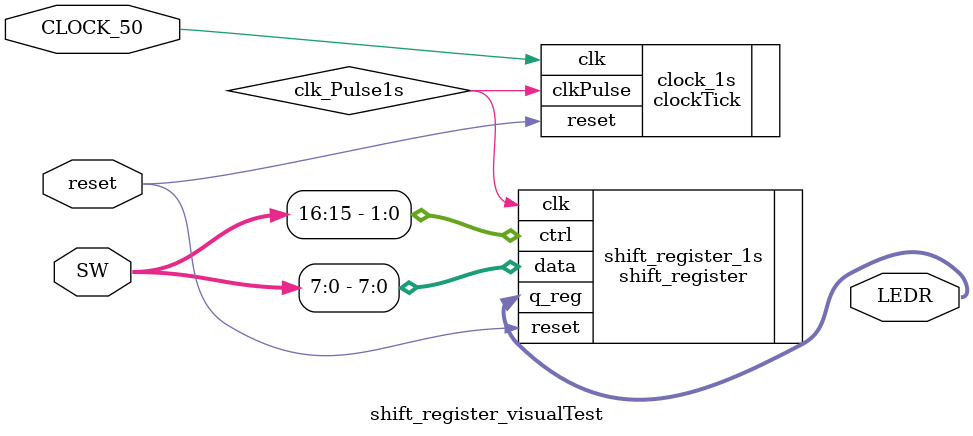
<source format=v>

module shift_register_visualTest
#(
	parameter N =8 
)
(
	input wire CLOCK_50, reset,
	input wire [16:0] SW,
	output wire [N-1:0] LEDR
);

wire clk_Pulse1s;

// clock 1 s
clockTick #(.M(50000000), .N(26))
		clock_1s (.clk(CLOCK_50), .reset(reset), .clkPulse(clk_Pulse1s));
		
// shift_register testing with 1 sec clock pulse
shift_register #(.N(N))
shift_register_1s (
		.clk(clk_Pulse1s), .reset(reset),
		.data(SW[N-1:0]), .ctrl(SW[16:15]),
		.q_reg(LEDR)
);

endmodule 
</source>
